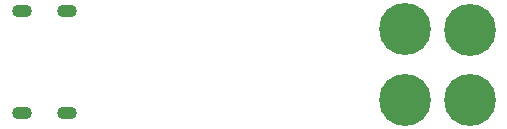
<source format=gbr>
%TF.GenerationSoftware,KiCad,Pcbnew,8.0.6*%
%TF.CreationDate,2025-04-05T03:11:41-05:00*%
%TF.ProjectId,battery protection board,62617474-6572-4792-9070-726f74656374,rev?*%
%TF.SameCoordinates,Original*%
%TF.FileFunction,Soldermask,Bot*%
%TF.FilePolarity,Negative*%
%FSLAX46Y46*%
G04 Gerber Fmt 4.6, Leading zero omitted, Abs format (unit mm)*
G04 Created by KiCad (PCBNEW 8.0.6) date 2025-04-05 03:11:41*
%MOMM*%
%LPD*%
G01*
G04 APERTURE LIST*
%ADD10C,4.400000*%
%ADD11O,1.700000X1.100000*%
G04 APERTURE END LIST*
D10*
%TO.C,O-*%
X173500000Y-98500000D03*
%TD*%
%TO.C,O+*%
X173500000Y-92550000D03*
%TD*%
D11*
%TO.C,J1*%
X139420000Y-90930000D03*
X135620000Y-90930000D03*
X139420000Y-99570000D03*
X135620000Y-99570000D03*
%TD*%
D10*
%TO.C,B-*%
X168000000Y-92500000D03*
%TD*%
%TO.C,B+*%
X168000000Y-98500000D03*
%TD*%
M02*

</source>
